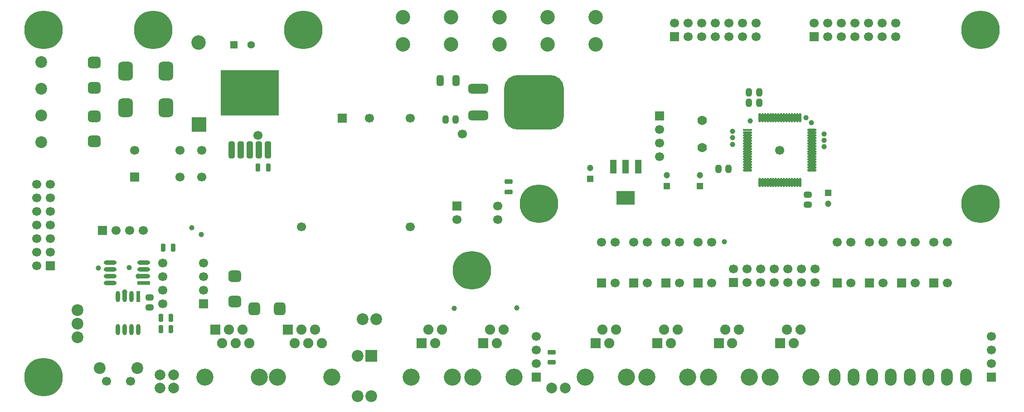
<source format=gbr>
%FSTAX42Y42*%
%MOMM*%
%SFA1B1*%

%IPPOS*%
%AMD71*
4,1,8,-0.749300,0.170180,-0.749300,-0.170180,-0.469900,-0.449580,0.469900,-0.449580,0.749300,-0.170180,0.749300,0.170180,0.469900,0.449580,-0.469900,0.449580,-0.749300,0.170180,0.0*
1,1,0.560000,-0.469900,0.170180*
1,1,0.560000,-0.469900,-0.170180*
1,1,0.560000,0.469900,-0.170180*
1,1,0.560000,0.469900,0.170180*
%
%AMD79*
4,1,8,0.248920,1.600200,-0.248920,1.600200,-0.599440,1.249680,-0.599440,-1.249680,-0.248920,-1.600200,0.248920,-1.600200,0.599440,-1.249680,0.599440,1.249680,0.248920,1.600200,0.0*
1,1,0.700000,0.248920,1.249680*
1,1,0.700000,-0.248920,1.249680*
1,1,0.700000,-0.248920,-1.249680*
1,1,0.700000,0.248920,-1.249680*
%
%AMD81*
4,1,8,-0.170180,-0.749300,0.170180,-0.749300,0.449580,-0.469900,0.449580,0.469900,0.170180,0.749300,-0.170180,0.749300,-0.449580,0.469900,-0.449580,-0.469900,-0.170180,-0.749300,0.0*
1,1,0.560000,-0.170180,-0.469900*
1,1,0.560000,0.170180,-0.469900*
1,1,0.560000,0.170180,0.469900*
1,1,0.560000,-0.170180,0.469900*
%
%AMD82*
4,1,8,0.500380,1.198880,-0.500380,1.198880,-1.099820,0.599440,-1.099820,-0.599440,-0.500380,-1.198880,0.500380,-1.198880,1.099820,-0.599440,1.099820,0.599440,0.500380,1.198880,0.0*
1,1,1.200000,0.500380,0.599440*
1,1,1.200000,-0.500380,0.599440*
1,1,1.200000,-0.500380,-0.599440*
1,1,1.200000,0.500380,-0.599440*
%
%AMD83*
4,1,8,1.198880,-0.500380,1.198880,0.500380,0.599440,1.099820,-0.599440,1.099820,-1.198880,0.500380,-1.198880,-0.500380,-0.599440,-1.099820,0.599440,-1.099820,1.198880,-0.500380,0.0*
1,1,1.200000,0.599440,-0.500380*
1,1,1.200000,0.599440,0.500380*
1,1,1.200000,-0.599440,0.500380*
1,1,1.200000,-0.599440,-0.500380*
%
%AMD84*
4,1,8,-0.629920,-1.750060,0.629920,-1.750060,1.348740,-1.031240,1.348740,1.031240,0.629920,1.750060,-0.629920,1.750060,-1.348740,1.031240,-1.348740,-1.031240,-0.629920,-1.750060,0.0*
1,1,1.440000,-0.629920,-1.031240*
1,1,1.440000,0.629920,-1.031240*
1,1,1.440000,0.629920,1.031240*
1,1,1.440000,-0.629920,1.031240*
%
%AMD85*
4,1,8,-0.749300,0.220980,-0.749300,-0.220980,-0.419100,-0.551180,0.419100,-0.551180,0.749300,-0.220980,0.749300,0.220980,0.419100,0.551180,-0.419100,0.551180,-0.749300,0.220980,0.0*
1,1,0.660000,-0.419100,0.220980*
1,1,0.660000,-0.419100,-0.220980*
1,1,0.660000,0.419100,-0.220980*
1,1,0.660000,0.419100,0.220980*
%
%AMD86*
4,1,8,-0.220980,-0.749300,0.220980,-0.749300,0.551180,-0.419100,0.551180,0.419100,0.220980,0.749300,-0.220980,0.749300,-0.551180,0.419100,-0.551180,-0.419100,-0.220980,-0.749300,0.0*
1,1,0.660000,-0.220980,-0.419100*
1,1,0.660000,0.220980,-0.419100*
1,1,0.660000,0.220980,0.419100*
1,1,0.660000,-0.220980,0.419100*
%
%AMD87*
4,1,8,0.284480,1.000760,-0.284480,1.000760,-0.675640,0.609600,-0.675640,-0.609600,-0.284480,-1.000760,0.284480,-1.000760,0.675640,-0.609600,0.675640,0.609600,0.284480,1.000760,0.0*
1,1,0.780000,0.284480,0.609600*
1,1,0.780000,-0.284480,0.609600*
1,1,0.780000,-0.284480,-0.609600*
1,1,0.780000,0.284480,-0.609600*
%
%AMD90*
4,1,8,1.849120,-0.398780,1.849120,0.398780,1.348740,0.899160,-1.348740,0.899160,-1.849120,0.398780,-1.849120,-0.398780,-1.348740,-0.899160,1.348740,-0.899160,1.849120,-0.398780,0.0*
1,1,1.000000,1.348740,-0.398780*
1,1,1.000000,1.348740,0.398780*
1,1,1.000000,-1.348740,0.398780*
1,1,1.000000,-1.348740,-0.398780*
%
%AMD91*
4,1,8,5.600700,-2.499360,5.600700,2.499360,2.999740,5.100320,-2.999740,5.100320,-5.600700,2.499360,-5.600700,-2.499360,-2.999740,-5.100320,2.999740,-5.100320,5.600700,-2.499360,0.0*
1,1,5.200000,2.999740,-2.499360*
1,1,5.200000,2.999740,2.499360*
1,1,5.200000,-2.999740,2.499360*
1,1,5.200000,-2.999740,-2.499360*
%
%ADD56C,0.999998*%
%ADD59C,1.199998*%
%ADD61C,1.699997*%
%ADD63R,1.699997X1.699997*%
G04~CAMADD=71~8~0.0~0.0~354.3~590.6~110.2~0.0~15~0.0~0.0~0.0~0.0~0~0.0~0.0~0.0~0.0~0~0.0~0.0~0.0~90.0~590.0~354.0*
%ADD71D71*%
%ADD72O,0.799998X2.099996*%
%ADD73R,0.799998X2.099996*%
%ADD74O,2.399995X0.799998*%
%ADD75R,2.399995X0.799998*%
%ADD76O,0.449999X1.749997*%
%ADD77O,1.749997X0.449999*%
%ADD78R,1.749997X0.449999*%
G04~CAMADD=79~8~0.0~0.0~472.4~1259.8~137.8~0.0~15~0.0~0.0~0.0~0.0~0~0.0~0.0~0.0~0.0~0~0.0~0.0~0.0~0.0~472.4~1259.8*
%ADD79D79*%
%ADD80R,10.799978X8.499983*%
G04~CAMADD=81~8~0.0~0.0~354.3~590.6~110.2~0.0~15~0.0~0.0~0.0~0.0~0~0.0~0.0~0.0~0.0~0~0.0~0.0~0.0~180.0~354.0~590.0*
%ADD81D81*%
G04~CAMADD=82~8~0.0~0.0~866.1~944.9~236.2~0.0~15~0.0~0.0~0.0~0.0~0~0.0~0.0~0.0~0.0~0~0.0~0.0~0.0~0.0~866.1~944.9*
%ADD82D82*%
G04~CAMADD=83~8~0.0~0.0~866.1~944.9~236.2~0.0~15~0.0~0.0~0.0~0.0~0~0.0~0.0~0.0~0.0~0~0.0~0.0~0.0~270.0~944.0~866.0*
%ADD83D83*%
G04~CAMADD=84~8~0.0~0.0~1063.0~1378.0~283.5~0.0~15~0.0~0.0~0.0~0.0~0~0.0~0.0~0.0~0.0~0~0.0~0.0~0.0~180.0~1064.0~1378.0*
%ADD84D84*%
G04~CAMADD=85~8~0.0~0.0~433.1~590.6~129.9~0.0~15~0.0~0.0~0.0~0.0~0~0.0~0.0~0.0~0.0~0~0.0~0.0~0.0~90.0~592.0~433.0*
%ADD85D85*%
G04~CAMADD=86~8~0.0~0.0~433.1~590.6~129.9~0.0~15~0.0~0.0~0.0~0.0~0~0.0~0.0~0.0~0.0~0~0.0~0.0~0.0~180.0~434.0~591.0*
%ADD86D86*%
G04~CAMADD=87~8~0.0~0.0~531.5~787.4~153.5~0.0~15~0.0~0.0~0.0~0.0~0~0.0~0.0~0.0~0.0~0~0.0~0.0~0.0~0.0~531.5~787.4*
%ADD87D87*%
%ADD88R,3.499993X2.599995*%
%ADD89R,1.199998X2.599995*%
G04~CAMADD=90~8~0.0~0.0~708.7~1456.7~196.9~0.0~15~0.0~0.0~0.0~0.0~0~0.0~0.0~0.0~0.0~0~0.0~0.0~0.0~270.0~1456.0~708.0*
%ADD90D90*%
G04~CAMADD=91~8~0.0~0.0~4015.7~4409.4~1023.6~0.0~15~0.0~0.0~0.0~0.0~0~0.0~0.0~0.0~0.0~0~0.0~0.0~0.0~270.0~4410.0~4016.0*
%ADD91D91*%
%ADD92C,7.199986*%
%ADD93C,1.769996*%
%ADD94C,2.199996*%
%ADD95R,2.699995X2.699995*%
%ADD96C,2.699995*%
%ADD97C,1.699997*%
%ADD98R,1.699997X1.699997*%
%ADD99R,1.699997X1.699997*%
%ADD100R,1.699997X1.699997*%
%ADD101C,2.199996*%
%ADD102R,2.199996X2.199996*%
%ADD103C,1.999996*%
%ADD104R,1.199998X1.199998*%
%ADD105R,1.399997X1.399997*%
%ADD106C,1.399997*%
%ADD107O,2.199996X3.199994*%
%ADD108C,1.899996*%
%ADD109C,3.199994*%
%ADD110R,1.899996X1.899996*%
%LNpcb_monitoring_io-1*%
%LPD*%
G54D56*
X014579Y004309D03*
Y004429D03*
Y004549D03*
X012711Y002532D03*
X013197Y004799D03*
X008834Y001297D03*
X007671Y001294D03*
X014239Y004859D03*
X014339Y004759D03*
X012869Y004359D03*
Y004599D03*
Y004479D03*
X001769Y001892D03*
X001514Y001597D03*
X001594Y002052D03*
X001024Y002047D03*
X002764Y002794D03*
X002944Y002667D03*
G54D59*
X012261Y003777D03*
X011637D03*
X010209Y003914D03*
X014649Y003249D03*
G54D61*
X004813Y002818D03*
X006845D03*
Y00485D03*
X006083D03*
X001356Y002744D03*
X00161D03*
X001864D03*
X001624Y-000074D03*
X001174D03*
X002949Y004249D03*
X002549D03*
Y003749D03*
X002949D03*
X001699Y004249D03*
X013311Y006372D03*
Y006626D03*
X013057Y006372D03*
Y006626D03*
X012803D03*
Y006372D03*
X012549Y006626D03*
Y006372D03*
X012295Y006626D03*
Y006372D03*
X012041Y006626D03*
Y006372D03*
X011787Y006626D03*
X015911Y006372D03*
Y006626D03*
X015657Y006372D03*
Y006626D03*
X015403D03*
Y006372D03*
X015149Y006626D03*
Y006372D03*
X014895Y006626D03*
Y006372D03*
X014641Y006626D03*
Y006372D03*
X014387Y006626D03*
X000127Y003611D03*
X-000127D03*
X000127Y003357D03*
X-000127D03*
Y003103D03*
X000127D03*
X-000127Y002849D03*
X000127D03*
X-000127Y002595D03*
X000127D03*
X-000127Y002341D03*
X000127D03*
X-000127Y002087D03*
X012887Y002026D03*
X013141D03*
X013395D03*
X013649D03*
X013903D03*
X014157D03*
X014411D03*
Y001772D03*
X013903D03*
X013395D03*
X013141D03*
X013649D03*
X014157D03*
X017699Y000762D03*
Y000508D03*
Y000254D03*
X011504Y004127D03*
Y004381D03*
Y004635D03*
X009199Y000762D03*
Y000508D03*
Y000254D03*
X003999Y004524D03*
X007824Y004549D03*
X013749Y004249D03*
G54D63*
X001102Y002744D03*
X011787Y006372D03*
X014387D03*
X012887Y001772D03*
G54D71*
X008681Y003659D03*
Y003469D03*
X009492Y000471D03*
Y000282D03*
G54D72*
X001386Y000889D03*
X001513D03*
X00164D03*
X001767D03*
X001386Y001509D03*
X001513D03*
X00164D03*
G54D73*
X001767Y001509D03*
G54D74*
X001242Y002147D03*
Y00202D03*
Y001893D03*
Y001766D03*
X001872Y002147D03*
Y00202D03*
Y001893D03*
G54D75*
X001872Y001766D03*
G54D76*
X013374Y004852D03*
X013424D03*
X013474D03*
X013524D03*
X013574D03*
X013624D03*
X013674D03*
X013724D03*
X013774D03*
X013824D03*
X013874D03*
X013924D03*
X013974D03*
X014024D03*
X014074D03*
X014124D03*
Y003646D03*
X014074D03*
X014024D03*
X013974D03*
X013924D03*
X013874D03*
X013824D03*
X013774D03*
X013724D03*
X013674D03*
X013624D03*
X013574D03*
X013524D03*
X013474D03*
X013424D03*
X013374D03*
G54D77*
X014351Y004624D03*
Y004574D03*
Y004524D03*
Y004474D03*
Y004424D03*
Y004374D03*
Y004324D03*
Y004274D03*
Y004224D03*
Y004174D03*
Y004124D03*
Y004074D03*
Y004024D03*
Y003974D03*
Y003924D03*
Y003874D03*
X013147D03*
Y003924D03*
Y003974D03*
Y004024D03*
Y004074D03*
Y004124D03*
Y004174D03*
Y004224D03*
Y004274D03*
Y004324D03*
Y004374D03*
Y004424D03*
Y004474D03*
Y004524D03*
Y004574D03*
G54D78*
X013147Y004624D03*
G54D79*
X003683Y004251D03*
X004022D03*
X004192D03*
X003512D03*
X003852D03*
G54D80*
X003852Y005319D03*
G54D81*
X002232Y002427D03*
X002422D03*
X002187Y001109D03*
X002377D03*
X002187Y000897D03*
X002377D03*
X004004Y003924D03*
X004194D03*
G54D82*
X003937Y001281D03*
X004407D03*
G54D83*
X003574Y001889D03*
Y001419D03*
X000949Y005884D03*
Y005414D03*
Y004884D03*
Y004414D03*
G54D84*
X001532Y005039D03*
X002282D03*
X001531Y005724D03*
X002282D03*
G54D85*
X001977Y001494D03*
Y001304D03*
X014274Y003229D03*
Y003419D03*
G54D86*
X012604Y003899D03*
X012794D03*
X013364Y005132D03*
X013174D03*
X013364Y005332D03*
X013174D03*
X007696Y004821D03*
X007506D03*
G54D87*
X007702Y005549D03*
X007402D03*
G54D88*
X010871Y003357D03*
G54D89*
X010642Y003937D03*
X010871D03*
X011102D03*
G54D90*
X00812Y004893D03*
Y0054D03*
G54D91*
X009158Y005146D03*
G54D92*
X007999Y001999D03*
X0Y006499D03*
Y0D03*
X017499Y003249D03*
Y006499D03*
X002049D03*
X004849D03*
X009249Y003249D03*
G54D93*
X012299Y004803D03*
Y004295D03*
G54D94*
X000629Y000752D03*
Y001006D03*
Y001259D03*
X006209Y001084D03*
X005954D03*
G54D95*
X002899Y004729D03*
G54D96*
X002894Y006261D03*
X010312Y006738D03*
Y00623D03*
X008512Y006738D03*
Y00623D03*
X007612Y006738D03*
Y00623D03*
X009412Y006738D03*
Y00623D03*
X006712Y006738D03*
Y00623D03*
G54D97*
X002228Y00214D03*
Y001886D03*
Y001632D03*
Y001378D03*
X00299Y00214D03*
Y001886D03*
Y001632D03*
X016877Y002525D03*
X016623D03*
X016877Y001763D03*
X016276Y00253D03*
X016022D03*
X016276Y001768D03*
X015676Y00253D03*
X015422D03*
X015676Y001768D03*
X015076Y00253D03*
X014822D03*
X015076Y001768D03*
X012476Y00253D03*
X012222D03*
X012476Y001768D03*
X011876Y00253D03*
X011622D03*
X011876Y001768D03*
X011276Y00253D03*
X011022D03*
X011276Y001768D03*
X010676Y00253D03*
X010422D03*
X010676Y001768D03*
X00848Y002947D03*
Y003201D03*
X007718Y002947D03*
G54D98*
X00299Y001378D03*
X007718Y003201D03*
G54D99*
X016623Y001763D03*
X016022Y001768D03*
X015422D03*
X014822D03*
X012222D03*
X011622D03*
X011022D03*
X010422D03*
G54D100*
X005575Y00485D03*
X001699Y003749D03*
X000127Y002087D03*
X017699Y0D03*
X011504Y004889D03*
X009199Y0D03*
G54D101*
X001049Y000174D03*
X001749D03*
X005867Y-000355D03*
X006121D03*
X005867Y000405D03*
X-000049Y004399D03*
Y004899D03*
Y005399D03*
Y005899D03*
G54D102*
X006121Y000405D03*
G54D103*
X002426Y000049D03*
X002172D03*
X002426Y-000199D03*
X002172D03*
X009746Y-000202D03*
X009492D03*
G54D104*
X012261Y003577D03*
X011637D03*
X010209Y003714D03*
X014649Y003449D03*
G54D105*
X003552Y006216D03*
G54D106*
X003876Y006216D03*
G54D107*
X017224Y0D03*
X016874D03*
X016524D03*
X016174D03*
X015824D03*
X015474D03*
X015124D03*
X014774D03*
G54D108*
X014139Y000893D03*
X014012Y00064D03*
X013886Y000893D03*
X012735D03*
X012862Y00064D03*
X012989Y000893D03*
X011839D03*
X011713Y00064D03*
X011585Y000893D03*
X010435D03*
X010563Y00064D03*
X010689Y000893D03*
X00744Y000894D03*
X007313Y00064D03*
X007186Y000894D03*
X008336D03*
X008463Y00064D03*
X00859Y000894D03*
X005192Y00064D03*
X005065Y000894D03*
X004684Y00064D03*
X004938D03*
X004811Y000894D03*
X003839Y00064D03*
X003712Y000894D03*
X003331Y00064D03*
X003585D03*
X003458Y000894D03*
G54D109*
X013566Y000004D03*
X014332D03*
X013182D03*
X012416D03*
X011266D03*
X012032D03*
X010882D03*
X010116D03*
X006866Y000005D03*
X007632D03*
X008782D03*
X008016D03*
X004366D03*
X005382D03*
X003014D03*
X00403D03*
G54D110*
X013759Y00064D03*
X012609D03*
X011459D03*
X010309D03*
X007059D03*
X008209D03*
X004557Y000894D03*
X003204D03*
M02*
</source>
